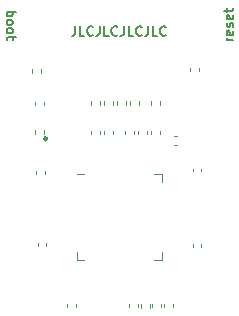
<source format=gbr>
%TF.GenerationSoftware,KiCad,Pcbnew,7.0.6-0*%
%TF.CreationDate,2023-07-21T12:15:06+07:00*%
%TF.ProjectId,RP2040Reference,52503230-3430-4526-9566-6572656e6365,rev?*%
%TF.SameCoordinates,Original*%
%TF.FileFunction,Legend,Top*%
%TF.FilePolarity,Positive*%
%FSLAX46Y46*%
G04 Gerber Fmt 4.6, Leading zero omitted, Abs format (unit mm)*
G04 Created by KiCad (PCBNEW 7.0.6-0) date 2023-07-21 12:15:06*
%MOMM*%
%LPD*%
G01*
G04 APERTURE LIST*
%ADD10C,0.150000*%
%ADD11C,0.120000*%
%ADD12C,0.250000*%
%ADD13C,0.100000*%
G04 APERTURE END LIST*
D10*
X97317731Y-57894295D02*
X97317731Y-58465723D01*
X97317731Y-58465723D02*
X97279636Y-58580009D01*
X97279636Y-58580009D02*
X97203445Y-58656200D01*
X97203445Y-58656200D02*
X97089160Y-58694295D01*
X97089160Y-58694295D02*
X97012969Y-58694295D01*
X98079636Y-58694295D02*
X97698684Y-58694295D01*
X97698684Y-58694295D02*
X97698684Y-57894295D01*
X98803446Y-58618104D02*
X98765350Y-58656200D01*
X98765350Y-58656200D02*
X98651065Y-58694295D01*
X98651065Y-58694295D02*
X98574874Y-58694295D01*
X98574874Y-58694295D02*
X98460588Y-58656200D01*
X98460588Y-58656200D02*
X98384398Y-58580009D01*
X98384398Y-58580009D02*
X98346303Y-58503819D01*
X98346303Y-58503819D02*
X98308207Y-58351438D01*
X98308207Y-58351438D02*
X98308207Y-58237152D01*
X98308207Y-58237152D02*
X98346303Y-58084771D01*
X98346303Y-58084771D02*
X98384398Y-58008580D01*
X98384398Y-58008580D02*
X98460588Y-57932390D01*
X98460588Y-57932390D02*
X98574874Y-57894295D01*
X98574874Y-57894295D02*
X98651065Y-57894295D01*
X98651065Y-57894295D02*
X98765350Y-57932390D01*
X98765350Y-57932390D02*
X98803446Y-57970485D01*
X99374874Y-57894295D02*
X99374874Y-58465723D01*
X99374874Y-58465723D02*
X99336779Y-58580009D01*
X99336779Y-58580009D02*
X99260588Y-58656200D01*
X99260588Y-58656200D02*
X99146303Y-58694295D01*
X99146303Y-58694295D02*
X99070112Y-58694295D01*
X100136779Y-58694295D02*
X99755827Y-58694295D01*
X99755827Y-58694295D02*
X99755827Y-57894295D01*
X100860589Y-58618104D02*
X100822493Y-58656200D01*
X100822493Y-58656200D02*
X100708208Y-58694295D01*
X100708208Y-58694295D02*
X100632017Y-58694295D01*
X100632017Y-58694295D02*
X100517731Y-58656200D01*
X100517731Y-58656200D02*
X100441541Y-58580009D01*
X100441541Y-58580009D02*
X100403446Y-58503819D01*
X100403446Y-58503819D02*
X100365350Y-58351438D01*
X100365350Y-58351438D02*
X100365350Y-58237152D01*
X100365350Y-58237152D02*
X100403446Y-58084771D01*
X100403446Y-58084771D02*
X100441541Y-58008580D01*
X100441541Y-58008580D02*
X100517731Y-57932390D01*
X100517731Y-57932390D02*
X100632017Y-57894295D01*
X100632017Y-57894295D02*
X100708208Y-57894295D01*
X100708208Y-57894295D02*
X100822493Y-57932390D01*
X100822493Y-57932390D02*
X100860589Y-57970485D01*
X101432017Y-57894295D02*
X101432017Y-58465723D01*
X101432017Y-58465723D02*
X101393922Y-58580009D01*
X101393922Y-58580009D02*
X101317731Y-58656200D01*
X101317731Y-58656200D02*
X101203446Y-58694295D01*
X101203446Y-58694295D02*
X101127255Y-58694295D01*
X102193922Y-58694295D02*
X101812970Y-58694295D01*
X101812970Y-58694295D02*
X101812970Y-57894295D01*
X102917732Y-58618104D02*
X102879636Y-58656200D01*
X102879636Y-58656200D02*
X102765351Y-58694295D01*
X102765351Y-58694295D02*
X102689160Y-58694295D01*
X102689160Y-58694295D02*
X102574874Y-58656200D01*
X102574874Y-58656200D02*
X102498684Y-58580009D01*
X102498684Y-58580009D02*
X102460589Y-58503819D01*
X102460589Y-58503819D02*
X102422493Y-58351438D01*
X102422493Y-58351438D02*
X102422493Y-58237152D01*
X102422493Y-58237152D02*
X102460589Y-58084771D01*
X102460589Y-58084771D02*
X102498684Y-58008580D01*
X102498684Y-58008580D02*
X102574874Y-57932390D01*
X102574874Y-57932390D02*
X102689160Y-57894295D01*
X102689160Y-57894295D02*
X102765351Y-57894295D01*
X102765351Y-57894295D02*
X102879636Y-57932390D01*
X102879636Y-57932390D02*
X102917732Y-57970485D01*
X103489160Y-57894295D02*
X103489160Y-58465723D01*
X103489160Y-58465723D02*
X103451065Y-58580009D01*
X103451065Y-58580009D02*
X103374874Y-58656200D01*
X103374874Y-58656200D02*
X103260589Y-58694295D01*
X103260589Y-58694295D02*
X103184398Y-58694295D01*
X104251065Y-58694295D02*
X103870113Y-58694295D01*
X103870113Y-58694295D02*
X103870113Y-57894295D01*
X104974875Y-58618104D02*
X104936779Y-58656200D01*
X104936779Y-58656200D02*
X104822494Y-58694295D01*
X104822494Y-58694295D02*
X104746303Y-58694295D01*
X104746303Y-58694295D02*
X104632017Y-58656200D01*
X104632017Y-58656200D02*
X104555827Y-58580009D01*
X104555827Y-58580009D02*
X104517732Y-58503819D01*
X104517732Y-58503819D02*
X104479636Y-58351438D01*
X104479636Y-58351438D02*
X104479636Y-58237152D01*
X104479636Y-58237152D02*
X104517732Y-58084771D01*
X104517732Y-58084771D02*
X104555827Y-58008580D01*
X104555827Y-58008580D02*
X104632017Y-57932390D01*
X104632017Y-57932390D02*
X104746303Y-57894295D01*
X104746303Y-57894295D02*
X104822494Y-57894295D01*
X104822494Y-57894295D02*
X104936779Y-57932390D01*
X104936779Y-57932390D02*
X104974875Y-57970485D01*
X91487704Y-56676190D02*
X92287704Y-56676190D01*
X91982942Y-56676190D02*
X92021038Y-56752380D01*
X92021038Y-56752380D02*
X92021038Y-56904761D01*
X92021038Y-56904761D02*
X91982942Y-56980952D01*
X91982942Y-56980952D02*
X91944847Y-57019047D01*
X91944847Y-57019047D02*
X91868657Y-57057142D01*
X91868657Y-57057142D02*
X91640085Y-57057142D01*
X91640085Y-57057142D02*
X91563895Y-57019047D01*
X91563895Y-57019047D02*
X91525800Y-56980952D01*
X91525800Y-56980952D02*
X91487704Y-56904761D01*
X91487704Y-56904761D02*
X91487704Y-56752380D01*
X91487704Y-56752380D02*
X91525800Y-56676190D01*
X91487704Y-57514285D02*
X91525800Y-57438095D01*
X91525800Y-57438095D02*
X91563895Y-57400000D01*
X91563895Y-57400000D02*
X91640085Y-57361904D01*
X91640085Y-57361904D02*
X91868657Y-57361904D01*
X91868657Y-57361904D02*
X91944847Y-57400000D01*
X91944847Y-57400000D02*
X91982942Y-57438095D01*
X91982942Y-57438095D02*
X92021038Y-57514285D01*
X92021038Y-57514285D02*
X92021038Y-57628571D01*
X92021038Y-57628571D02*
X91982942Y-57704762D01*
X91982942Y-57704762D02*
X91944847Y-57742857D01*
X91944847Y-57742857D02*
X91868657Y-57780952D01*
X91868657Y-57780952D02*
X91640085Y-57780952D01*
X91640085Y-57780952D02*
X91563895Y-57742857D01*
X91563895Y-57742857D02*
X91525800Y-57704762D01*
X91525800Y-57704762D02*
X91487704Y-57628571D01*
X91487704Y-57628571D02*
X91487704Y-57514285D01*
X91487704Y-58238095D02*
X91525800Y-58161905D01*
X91525800Y-58161905D02*
X91563895Y-58123810D01*
X91563895Y-58123810D02*
X91640085Y-58085714D01*
X91640085Y-58085714D02*
X91868657Y-58085714D01*
X91868657Y-58085714D02*
X91944847Y-58123810D01*
X91944847Y-58123810D02*
X91982942Y-58161905D01*
X91982942Y-58161905D02*
X92021038Y-58238095D01*
X92021038Y-58238095D02*
X92021038Y-58352381D01*
X92021038Y-58352381D02*
X91982942Y-58428572D01*
X91982942Y-58428572D02*
X91944847Y-58466667D01*
X91944847Y-58466667D02*
X91868657Y-58504762D01*
X91868657Y-58504762D02*
X91640085Y-58504762D01*
X91640085Y-58504762D02*
X91563895Y-58466667D01*
X91563895Y-58466667D02*
X91525800Y-58428572D01*
X91525800Y-58428572D02*
X91487704Y-58352381D01*
X91487704Y-58352381D02*
X91487704Y-58238095D01*
X92021038Y-58733334D02*
X92021038Y-59038096D01*
X92287704Y-58847620D02*
X91601990Y-58847620D01*
X91601990Y-58847620D02*
X91525800Y-58885715D01*
X91525800Y-58885715D02*
X91487704Y-58961905D01*
X91487704Y-58961905D02*
X91487704Y-59038096D01*
X110662295Y-59095237D02*
X110128961Y-59095237D01*
X110281342Y-59095237D02*
X110205152Y-59057142D01*
X110205152Y-59057142D02*
X110167057Y-59019047D01*
X110167057Y-59019047D02*
X110128961Y-58942856D01*
X110128961Y-58942856D02*
X110128961Y-58866666D01*
X110624200Y-58295237D02*
X110662295Y-58371428D01*
X110662295Y-58371428D02*
X110662295Y-58523809D01*
X110662295Y-58523809D02*
X110624200Y-58599999D01*
X110624200Y-58599999D02*
X110548009Y-58638095D01*
X110548009Y-58638095D02*
X110243247Y-58638095D01*
X110243247Y-58638095D02*
X110167057Y-58599999D01*
X110167057Y-58599999D02*
X110128961Y-58523809D01*
X110128961Y-58523809D02*
X110128961Y-58371428D01*
X110128961Y-58371428D02*
X110167057Y-58295237D01*
X110167057Y-58295237D02*
X110243247Y-58257142D01*
X110243247Y-58257142D02*
X110319438Y-58257142D01*
X110319438Y-58257142D02*
X110395628Y-58638095D01*
X110624200Y-57952381D02*
X110662295Y-57876190D01*
X110662295Y-57876190D02*
X110662295Y-57723809D01*
X110662295Y-57723809D02*
X110624200Y-57647619D01*
X110624200Y-57647619D02*
X110548009Y-57609523D01*
X110548009Y-57609523D02*
X110509914Y-57609523D01*
X110509914Y-57609523D02*
X110433723Y-57647619D01*
X110433723Y-57647619D02*
X110395628Y-57723809D01*
X110395628Y-57723809D02*
X110395628Y-57838095D01*
X110395628Y-57838095D02*
X110357533Y-57914285D01*
X110357533Y-57914285D02*
X110281342Y-57952381D01*
X110281342Y-57952381D02*
X110243247Y-57952381D01*
X110243247Y-57952381D02*
X110167057Y-57914285D01*
X110167057Y-57914285D02*
X110128961Y-57838095D01*
X110128961Y-57838095D02*
X110128961Y-57723809D01*
X110128961Y-57723809D02*
X110167057Y-57647619D01*
X110624200Y-56961904D02*
X110662295Y-57038095D01*
X110662295Y-57038095D02*
X110662295Y-57190476D01*
X110662295Y-57190476D02*
X110624200Y-57266666D01*
X110624200Y-57266666D02*
X110548009Y-57304762D01*
X110548009Y-57304762D02*
X110243247Y-57304762D01*
X110243247Y-57304762D02*
X110167057Y-57266666D01*
X110167057Y-57266666D02*
X110128961Y-57190476D01*
X110128961Y-57190476D02*
X110128961Y-57038095D01*
X110128961Y-57038095D02*
X110167057Y-56961904D01*
X110167057Y-56961904D02*
X110243247Y-56923809D01*
X110243247Y-56923809D02*
X110319438Y-56923809D01*
X110319438Y-56923809D02*
X110395628Y-57304762D01*
X110128961Y-56695238D02*
X110128961Y-56390476D01*
X109862295Y-56580952D02*
X110548009Y-56580952D01*
X110548009Y-56580952D02*
X110624200Y-56542857D01*
X110624200Y-56542857D02*
X110662295Y-56466667D01*
X110662295Y-56466667D02*
X110662295Y-56390476D01*
D11*
%TO.C,C13*%
X102640000Y-66983335D02*
X102640000Y-66751665D01*
X103360000Y-66983335D02*
X103360000Y-66751665D01*
%TO.C,C14*%
X94860000Y-76251665D02*
X94860000Y-76483335D01*
X94140000Y-76251665D02*
X94140000Y-76483335D01*
%TO.C,R4*%
X103590000Y-81399879D02*
X103590000Y-81735121D01*
X102830000Y-81399879D02*
X102830000Y-81735121D01*
%TO.C,R7*%
X101580000Y-64199879D02*
X101580000Y-64535121D01*
X100820000Y-64199879D02*
X100820000Y-64535121D01*
%TO.C,C11*%
X99740000Y-66983335D02*
X99740000Y-66751665D01*
X100460000Y-66983335D02*
X100460000Y-66751665D01*
%TO.C,C10*%
X103740000Y-66983335D02*
X103740000Y-66751665D01*
X104460000Y-66983335D02*
X104460000Y-66751665D01*
%TO.C,C5*%
X105915835Y-67927500D02*
X105684165Y-67927500D01*
X105915835Y-67207500D02*
X105684165Y-67207500D01*
%TO.C,C6*%
X98640000Y-66983335D02*
X98640000Y-66751665D01*
X99360000Y-66983335D02*
X99360000Y-66751665D01*
%TO.C,C12*%
X107240000Y-70183335D02*
X107240000Y-69951665D01*
X107960000Y-70183335D02*
X107960000Y-69951665D01*
%TO.C,C17*%
X94649750Y-64301665D02*
X94649750Y-64533335D01*
X93929750Y-64301665D02*
X93929750Y-64533335D01*
%TO.C,C9*%
X107960000Y-76351665D02*
X107960000Y-76583335D01*
X107240000Y-76351665D02*
X107240000Y-76583335D01*
%TO.C,C1*%
X96620000Y-81683335D02*
X96620000Y-81451665D01*
X97340000Y-81683335D02*
X97340000Y-81451665D01*
%TO.C,C15*%
X93990000Y-70383335D02*
X93990000Y-70151665D01*
X94710000Y-70383335D02*
X94710000Y-70151665D01*
%TO.C,C7*%
X105540000Y-81451665D02*
X105540000Y-81683335D01*
X104820000Y-81451665D02*
X104820000Y-81683335D01*
%TO.C,U3*%
X97429750Y-77652500D02*
X97429750Y-77002500D01*
X98079750Y-70432500D02*
X97429750Y-70432500D01*
X98079750Y-77652500D02*
X97429750Y-77652500D01*
X103999750Y-70432500D02*
X104649750Y-70432500D01*
X103999750Y-77652500D02*
X104649750Y-77652500D01*
X104649750Y-70432500D02*
X104649750Y-71082500D01*
X104649750Y-77652500D02*
X104649750Y-77002500D01*
%TO.C,C3*%
X102580000Y-81451665D02*
X102580000Y-81683335D01*
X101860000Y-81451665D02*
X101860000Y-81683335D01*
%TO.C,C16*%
X104560000Y-81451665D02*
X104560000Y-81683335D01*
X103840000Y-81451665D02*
X103840000Y-81683335D01*
D12*
%TO.C,IC1*%
X94914750Y-67417500D02*
G75*
G03*
X94914750Y-67417500I-125000J0D01*
G01*
D11*
%TO.C,R3*%
X99380000Y-64199879D02*
X99380000Y-64535121D01*
X98620000Y-64199879D02*
X98620000Y-64535121D01*
%TO.C,C8*%
X101540000Y-66983335D02*
X101540000Y-66751665D01*
X102260000Y-66983335D02*
X102260000Y-66751665D01*
%TO.C,R1*%
X93897250Y-66985121D02*
X93897250Y-66649879D01*
X94657250Y-66985121D02*
X94657250Y-66649879D01*
%TO.C,R9*%
X103720000Y-64535121D02*
X103720000Y-64199879D01*
X104480000Y-64535121D02*
X104480000Y-64199879D01*
%TO.C,R8*%
X93620000Y-61499879D02*
X93620000Y-61835121D01*
X94380000Y-61499879D02*
X94380000Y-61835121D01*
D13*
%TO.C,D3*%
X95100000Y-60402500D02*
G75*
G03*
X95100000Y-60402500I-50000J0D01*
G01*
D11*
%TO.C,C2*%
X107040000Y-61683335D02*
X107040000Y-61451665D01*
X107760000Y-61683335D02*
X107760000Y-61451665D01*
%TO.C,R2*%
X102680000Y-64199879D02*
X102680000Y-64535121D01*
X101920000Y-64199879D02*
X101920000Y-64535121D01*
%TO.C,R6*%
X100480000Y-64199879D02*
X100480000Y-64535121D01*
X99720000Y-64199879D02*
X99720000Y-64535121D01*
%TD*%
M02*

</source>
